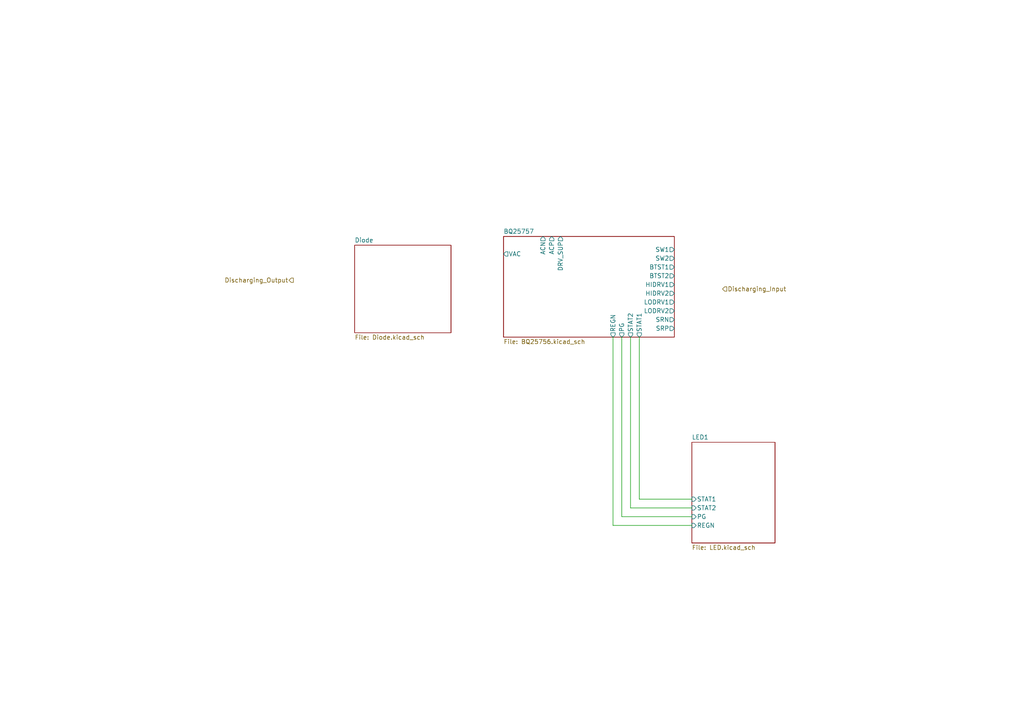
<source format=kicad_sch>
(kicad_sch
	(version 20231120)
	(generator "eeschema")
	(generator_version "8.0")
	(uuid "22ccb8a3-b9e9-4e60-b6fa-e6579cc6e4be")
	(paper "A4")
	(lib_symbols)
	(wire
		(pts
			(xy 180.34 97.79) (xy 180.34 149.86)
		)
		(stroke
			(width 0)
			(type default)
		)
		(uuid "1c30703d-6ea0-4947-aa58-a8f14b241d31")
	)
	(wire
		(pts
			(xy 182.88 147.32) (xy 200.66 147.32)
		)
		(stroke
			(width 0)
			(type default)
		)
		(uuid "1cdde76b-3235-4faf-b406-2f6ded930055")
	)
	(wire
		(pts
			(xy 185.42 97.79) (xy 185.42 144.78)
		)
		(stroke
			(width 0)
			(type default)
		)
		(uuid "1e24c8a5-317b-46c6-b591-39cabae7ade1")
	)
	(wire
		(pts
			(xy 177.8 97.79) (xy 177.8 152.4)
		)
		(stroke
			(width 0)
			(type default)
		)
		(uuid "29950e09-2add-4913-a45c-d0be37a0a8c0")
	)
	(wire
		(pts
			(xy 185.42 144.78) (xy 200.66 144.78)
		)
		(stroke
			(width 0)
			(type default)
		)
		(uuid "5be762a3-d74e-4ef6-b1d7-c13f962adbf0")
	)
	(wire
		(pts
			(xy 182.88 97.79) (xy 182.88 147.32)
		)
		(stroke
			(width 0)
			(type default)
		)
		(uuid "7b9857e7-dc6f-4df1-a4cd-4649d2c96928")
	)
	(wire
		(pts
			(xy 180.34 149.86) (xy 200.66 149.86)
		)
		(stroke
			(width 0)
			(type default)
		)
		(uuid "adf854dd-63f3-4702-8281-fb740dfbe582")
	)
	(wire
		(pts
			(xy 177.8 152.4) (xy 200.66 152.4)
		)
		(stroke
			(width 0)
			(type default)
		)
		(uuid "c325212b-180d-455f-ac1b-3abf41bc86bc")
	)
	(hierarchical_label "Discharging_Output"
		(shape output)
		(at 85.09 81.28 180)
		(effects
			(font
				(size 1.27 1.27)
			)
			(justify right)
		)
		(uuid "1ccba8b5-ea00-46d8-8bb6-ac3cc007ac11")
	)
	(hierarchical_label "Discharging_Input"
		(shape input)
		(at 209.55 83.82 0)
		(effects
			(font
				(size 1.27 1.27)
			)
			(justify left)
		)
		(uuid "84a1a398-71e3-47c5-85f8-1d6c440c98f6")
	)
	(sheet
		(at 102.87 71.12)
		(size 27.94 25.4)
		(fields_autoplaced yes)
		(stroke
			(width 0.1524)
			(type solid)
		)
		(fill
			(color 0 0 0 0.0000)
		)
		(uuid "40a0979c-9612-4f53-8db4-c6e8c237d57c")
		(property "Sheetname" "Diode"
			(at 102.87 70.4084 0)
			(effects
				(font
					(size 1.27 1.27)
				)
				(justify left bottom)
			)
		)
		(property "Sheetfile" "Diode.kicad_sch"
			(at 102.87 97.1046 0)
			(effects
				(font
					(size 1.27 1.27)
				)
				(justify left top)
			)
		)
		(instances
			(project "Anscer_Aux"
				(path "/d44f2983-207f-44ee-9882-f58ad50f0fb3/12abc178-0fb8-46e7-8904-0abe5fe853d5/6b385b1d-c8e2-4f36-896e-6a9e4f7aee84"
					(page "12")
				)
			)
		)
	)
	(sheet
		(at 200.66 128.27)
		(size 24.13 29.21)
		(fields_autoplaced yes)
		(stroke
			(width 0.1524)
			(type solid)
		)
		(fill
			(color 0 0 0 0.0000)
		)
		(uuid "a81fa280-1d3b-472f-bc12-b5d0c8658276")
		(property "Sheetname" "LED1"
			(at 200.66 127.5584 0)
			(effects
				(font
					(size 1.27 1.27)
				)
				(justify left bottom)
			)
		)
		(property "Sheetfile" "LED.kicad_sch"
			(at 200.66 158.0646 0)
			(effects
				(font
					(size 1.27 1.27)
				)
				(justify left top)
			)
		)
		(pin "STAT2" input
			(at 200.66 147.32 180)
			(effects
				(font
					(size 1.27 1.27)
				)
				(justify left)
			)
			(uuid "cf196d90-798a-4d91-9bd5-98d4886caad8")
		)
		(pin "STAT1" input
			(at 200.66 144.78 180)
			(effects
				(font
					(size 1.27 1.27)
				)
				(justify left)
			)
			(uuid "2a2cb51b-5e0b-45ff-83ca-a1a3e0642712")
		)
		(pin "PG" input
			(at 200.66 149.86 180)
			(effects
				(font
					(size 1.27 1.27)
				)
				(justify left)
			)
			(uuid "b74e9a06-5854-411c-b238-77e0f9910464")
		)
		(pin "REGN" input
			(at 200.66 152.4 180)
			(effects
				(font
					(size 1.27 1.27)
				)
				(justify left)
			)
			(uuid "4ccd350f-7441-4434-a21a-75b0aa934669")
		)
		(instances
			(project "Anscer_Aux"
				(path "/d44f2983-207f-44ee-9882-f58ad50f0fb3/12abc178-0fb8-46e7-8904-0abe5fe853d5/6b385b1d-c8e2-4f36-896e-6a9e4f7aee84"
					(page "6")
				)
			)
		)
	)
	(sheet
		(at 146.05 68.58)
		(size 49.53 29.21)
		(fields_autoplaced yes)
		(stroke
			(width 0.1524)
			(type solid)
		)
		(fill
			(color 0 0 0 0.0000)
		)
		(uuid "de3f4819-2b19-49a9-b185-39b4b74e1475")
		(property "Sheetname" "BQ25757"
			(at 146.05 67.8684 0)
			(effects
				(font
					(size 1.27 1.27)
				)
				(justify left bottom)
			)
		)
		(property "Sheetfile" "BQ25756.kicad_sch"
			(at 146.05 98.3746 0)
			(effects
				(font
					(size 1.27 1.27)
				)
				(justify left top)
			)
		)
		(pin "PG" output
			(at 180.34 97.79 270)
			(effects
				(font
					(size 1.27 1.27)
				)
				(justify left)
			)
			(uuid "3b2908d4-7431-4cab-8ed3-a8079d0672f5")
		)
		(pin "STAT1" output
			(at 185.42 97.79 270)
			(effects
				(font
					(size 1.27 1.27)
				)
				(justify left)
			)
			(uuid "a218ea11-33e5-428d-9008-52e9351222a1")
		)
		(pin "STAT2" output
			(at 182.88 97.79 270)
			(effects
				(font
					(size 1.27 1.27)
				)
				(justify left)
			)
			(uuid "349a59bf-07da-4a5e-8315-310cb7e852d3")
		)
		(pin "VAC" output
			(at 146.05 73.66 180)
			(effects
				(font
					(size 1.27 1.27)
				)
				(justify left)
			)
			(uuid "62dc76c3-b312-4e98-9267-bff2eee67b6b")
		)
		(pin "SW2" output
			(at 195.58 74.93 0)
			(effects
				(font
					(size 1.27 1.27)
				)
				(justify right)
			)
			(uuid "4313921d-10bd-49fe-b0a1-46d669de12ae")
		)
		(pin "ACP" output
			(at 160.02 68.58 90)
			(effects
				(font
					(size 1.27 1.27)
				)
				(justify right)
			)
			(uuid "f95e75ee-f6d3-4d5b-a15a-bbad46398b0f")
		)
		(pin "ACN" output
			(at 157.48 68.58 90)
			(effects
				(font
					(size 1.27 1.27)
				)
				(justify right)
			)
			(uuid "428393cd-1214-4d89-91d6-2f1351d686ae")
		)
		(pin "SW1" output
			(at 195.58 72.39 0)
			(effects
				(font
					(size 1.27 1.27)
				)
				(justify right)
			)
			(uuid "ad567089-da6a-4993-807e-6e5c0127822e")
		)
		(pin "HIDRV1" output
			(at 195.58 82.55 0)
			(effects
				(font
					(size 1.27 1.27)
				)
				(justify right)
			)
			(uuid "aab96222-2180-4779-9dc4-77dcdaf7d2c1")
		)
		(pin "HIDRV2" output
			(at 195.58 85.09 0)
			(effects
				(font
					(size 1.27 1.27)
				)
				(justify right)
			)
			(uuid "470d44f3-f613-4d9f-a4fa-19e52d4f5db6")
		)
		(pin "BTST2" output
			(at 195.58 80.01 0)
			(effects
				(font
					(size 1.27 1.27)
				)
				(justify right)
			)
			(uuid "2e8a24cd-8177-463c-b14d-8337a6ea70a2")
		)
		(pin "LODRV2" output
			(at 195.58 90.17 0)
			(effects
				(font
					(size 1.27 1.27)
				)
				(justify right)
			)
			(uuid "e57729b5-e693-4b9c-80a4-dbc15062ed45")
		)
		(pin "LODRV1" output
			(at 195.58 87.63 0)
			(effects
				(font
					(size 1.27 1.27)
				)
				(justify right)
			)
			(uuid "ae6d9d5e-32a7-4a97-ae81-3b174d281699")
		)
		(pin "BTST1" output
			(at 195.58 77.47 0)
			(effects
				(font
					(size 1.27 1.27)
				)
				(justify right)
			)
			(uuid "5d7262c7-44ce-46bd-9a9a-c44fd31925cd")
		)
		(pin "SRN" output
			(at 195.58 92.71 0)
			(effects
				(font
					(size 1.27 1.27)
				)
				(justify right)
			)
			(uuid "130284f5-285c-438b-9ee0-d49fb76c6af5")
		)
		(pin "SRP" output
			(at 195.58 95.25 0)
			(effects
				(font
					(size 1.27 1.27)
				)
				(justify right)
			)
			(uuid "90bd828f-8bf7-4653-b340-d836aaed3af4")
		)
		(pin "REGN" output
			(at 177.8 97.79 270)
			(effects
				(font
					(size 1.27 1.27)
				)
				(justify left)
			)
			(uuid "b0d5beb2-026f-4e77-95b2-d41b1f194ac8")
		)
		(pin "DRV_SUP" output
			(at 162.56 68.58 90)
			(effects
				(font
					(size 1.27 1.27)
				)
				(justify right)
			)
			(uuid "4d2f33f9-27be-4070-bb1f-dfeab3b7623a")
		)
		(instances
			(project "Anscer_Aux"
				(path "/d44f2983-207f-44ee-9882-f58ad50f0fb3/12abc178-0fb8-46e7-8904-0abe5fe853d5/6b385b1d-c8e2-4f36-896e-6a9e4f7aee84"
					(page "5")
				)
			)
		)
	)
)

</source>
